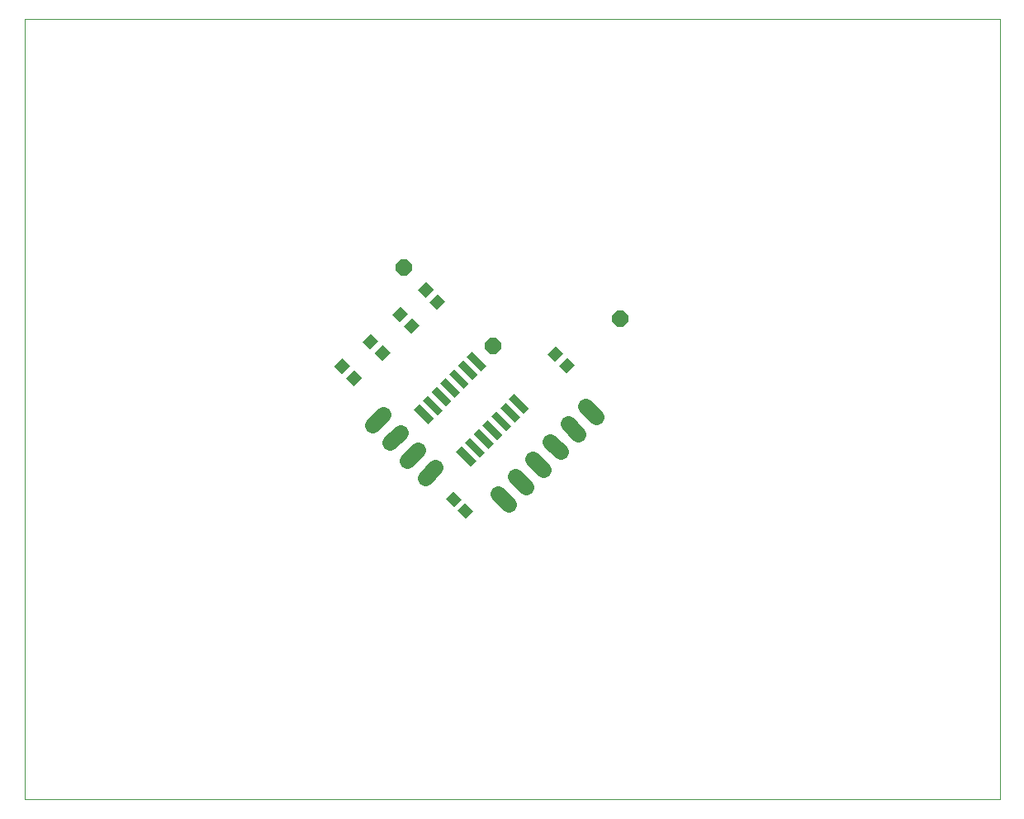
<source format=gts>
G75*
%MOIN*%
%OFA0B0*%
%FSLAX24Y24*%
%IPPOS*%
%LPD*%
%AMOC8*
5,1,8,0,0,1.08239X$1,22.5*
%
%ADD10C,0.0000*%
%ADD11R,0.0300X0.0840*%
%ADD12R,0.0473X0.0434*%
%ADD13R,0.0434X0.0473*%
%ADD14C,0.0640*%
%ADD15C,0.0128*%
%ADD16OC8,0.0640*%
D10*
X000100Y000100D02*
X000100Y031596D01*
X039470Y031596D01*
X039470Y000100D01*
X000100Y000100D01*
D11*
G36*
X018338Y013764D02*
X018125Y013551D01*
X017532Y014144D01*
X017745Y014357D01*
X018338Y013764D01*
G37*
G36*
X018691Y014117D02*
X018478Y013904D01*
X017885Y014497D01*
X018098Y014710D01*
X018691Y014117D01*
G37*
G36*
X019045Y014471D02*
X018832Y014258D01*
X018239Y014851D01*
X018452Y015064D01*
X019045Y014471D01*
G37*
G36*
X019399Y014824D02*
X019186Y014611D01*
X018593Y015204D01*
X018806Y015417D01*
X019399Y014824D01*
G37*
G36*
X019752Y015178D02*
X019539Y014965D01*
X018946Y015558D01*
X019159Y015771D01*
X019752Y015178D01*
G37*
G36*
X020106Y015532D02*
X019893Y015319D01*
X019300Y015912D01*
X019513Y016125D01*
X020106Y015532D01*
G37*
G36*
X020459Y015885D02*
X020246Y015672D01*
X019653Y016265D01*
X019866Y016478D01*
X020459Y015885D01*
G37*
G36*
X018748Y017596D02*
X018535Y017383D01*
X017942Y017976D01*
X018155Y018189D01*
X018748Y017596D01*
G37*
G36*
X018395Y017243D02*
X018182Y017030D01*
X017589Y017623D01*
X017802Y017836D01*
X018395Y017243D01*
G37*
G36*
X018041Y016889D02*
X017828Y016676D01*
X017235Y017269D01*
X017448Y017482D01*
X018041Y016889D01*
G37*
G36*
X017687Y016536D02*
X017474Y016323D01*
X016881Y016916D01*
X017094Y017129D01*
X017687Y016536D01*
G37*
G36*
X017334Y016182D02*
X017121Y015969D01*
X016528Y016562D01*
X016741Y016775D01*
X017334Y016182D01*
G37*
G36*
X016980Y015828D02*
X016767Y015615D01*
X016174Y016208D01*
X016387Y016421D01*
X016980Y015828D01*
G37*
G36*
X016627Y015475D02*
X016414Y015262D01*
X015821Y015855D01*
X016034Y016068D01*
X016627Y015475D01*
G37*
D12*
G36*
X017444Y011922D02*
X017119Y012262D01*
X017432Y012562D01*
X017757Y012222D01*
X017444Y011922D01*
G37*
G36*
X017908Y011438D02*
X017583Y011778D01*
X017896Y012078D01*
X018221Y011738D01*
X017908Y011438D01*
G37*
D13*
G36*
X013400Y017433D02*
X013707Y017126D01*
X013374Y016793D01*
X013067Y017100D01*
X013400Y017433D01*
G37*
G36*
X012926Y017907D02*
X013233Y017600D01*
X012900Y017267D01*
X012593Y017574D01*
X012926Y017907D01*
G37*
G36*
X014086Y018917D02*
X014393Y018610D01*
X014060Y018277D01*
X013753Y018584D01*
X014086Y018917D01*
G37*
G36*
X014560Y018443D02*
X014867Y018136D01*
X014534Y017803D01*
X014227Y018110D01*
X014560Y018443D01*
G37*
G36*
X015750Y019553D02*
X016057Y019246D01*
X015724Y018913D01*
X015417Y019220D01*
X015750Y019553D01*
G37*
G36*
X015276Y020027D02*
X015583Y019720D01*
X015250Y019387D01*
X014943Y019694D01*
X015276Y020027D01*
G37*
G36*
X016316Y020997D02*
X016623Y020690D01*
X016290Y020357D01*
X015983Y020664D01*
X016316Y020997D01*
G37*
G36*
X016790Y020523D02*
X017097Y020216D01*
X016764Y019883D01*
X016457Y020190D01*
X016790Y020523D01*
G37*
G36*
X021510Y017787D02*
X021203Y018094D01*
X021536Y018427D01*
X021843Y018120D01*
X021510Y017787D01*
G37*
G36*
X021984Y017313D02*
X021677Y017620D01*
X022010Y017953D01*
X022317Y017646D01*
X021984Y017313D01*
G37*
D14*
X022746Y015970D02*
X023170Y015546D01*
X022463Y014839D02*
X022039Y015263D01*
X021331Y014556D02*
X021756Y014131D01*
X021049Y013424D02*
X020624Y013849D01*
X019917Y013141D02*
X020341Y012717D01*
X019634Y012010D02*
X019210Y012434D01*
X016693Y013511D02*
X016269Y013087D01*
X015561Y013794D02*
X015986Y014219D01*
X015279Y014926D02*
X014854Y014501D01*
X014147Y015209D02*
X014571Y015633D01*
D15*
X018829Y018368D02*
X018765Y018304D01*
X018765Y018516D01*
X018914Y018665D01*
X019126Y018665D01*
X019275Y018516D01*
X019275Y018304D01*
X019126Y018155D01*
X018914Y018155D01*
X018765Y018304D01*
X018861Y018344D01*
X018861Y018476D01*
X018954Y018569D01*
X019086Y018569D01*
X019179Y018476D01*
X019179Y018344D01*
X019086Y018251D01*
X018954Y018251D01*
X018861Y018344D01*
X018957Y018384D01*
X018957Y018436D01*
X018994Y018473D01*
X019046Y018473D01*
X019083Y018436D01*
X019083Y018384D01*
X019046Y018347D01*
X018994Y018347D01*
X018957Y018384D01*
D16*
X015420Y021570D03*
X024140Y019520D03*
M02*

</source>
